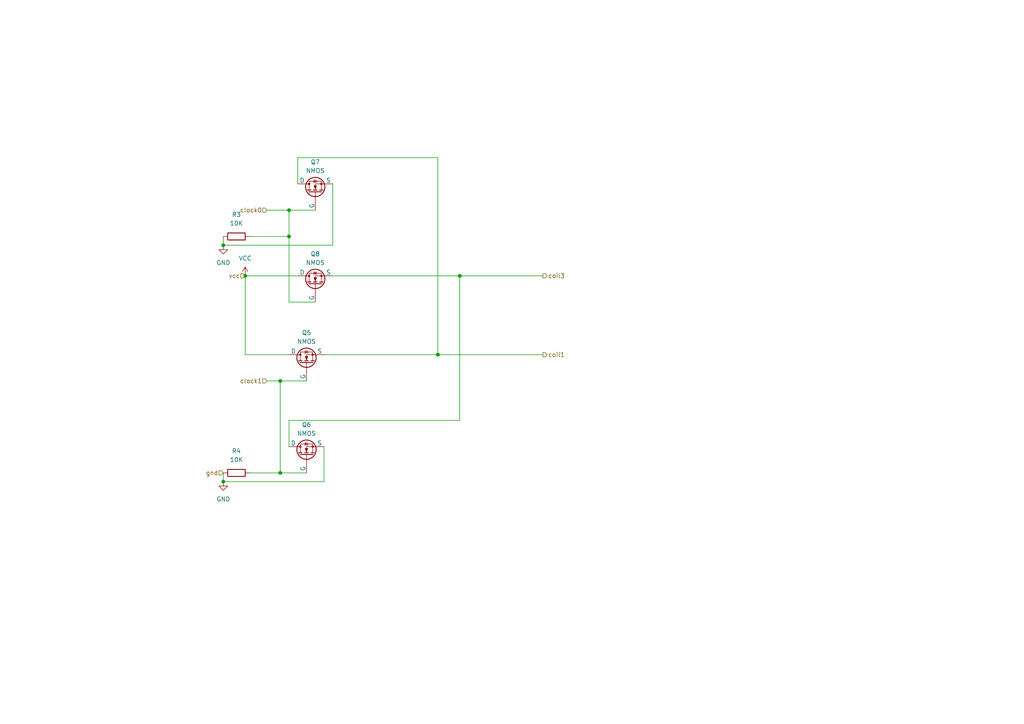
<source format=kicad_sch>
(kicad_sch (version 20231120) (generator "eeschema") (generator_version "8.0")
  (paper "A4")
  (lib_symbols
    (symbol "Device:R" (pin_numbers hide) (pin_names (offset 0))
      (property "Reference" "R" (at 2.032 0 90))
      (property "Value" "R" (at 0 0 90))
      (symbol "R_0_1"
        (rectangle (start -1.016 -2.54) (end 1.016 2.54) (stroke (width 0.254)))
      )
      (symbol "R_1_1"
        (pin passive line (at 0 3.81 270) (length 1.27) (name "~") (number "1"))
        (pin passive line (at 0 -3.81 90) (length 1.27) (name "~") (number "2"))
      )
    )
    (symbol "Simulation_SPICE:NMOS" (pin_numbers hide) (pin_names (offset 0))
      (property "Reference" "Q" (at 5.08 1.27 0))
      (property "Value" "NMOS" (at 5.08 -1.27 0))
      (symbol "NMOS_0_1"
        (polyline (pts (xy 0.254 0) (xy -2.54 0)))
        (polyline (pts (xy 0.254 1.905) (xy 0.254 -1.905)) (stroke (width 0.254)))
        (polyline (pts (xy 0.762 -1.27) (xy 0.762 -2.286)) (stroke (width 0.254)))
        (polyline (pts (xy 0.762 0.508) (xy 0.762 -0.508)) (stroke (width 0.254)))
        (polyline (pts (xy 0.762 2.286) (xy 0.762 1.27)) (stroke (width 0.254)))
        (polyline (pts (xy 2.54 2.54) (xy 2.54 1.778)))
        (polyline (pts (xy 2.54 -2.54) (xy 2.54 0) (xy 0.762 0)))
        (polyline (pts (xy 0.762 -1.778) (xy 3.302 -1.778) (xy 3.302 1.778) (xy 0.762 1.778)))
        (polyline (pts (xy 1.016 0) (xy 2.032 0.381) (xy 2.032 -0.381) (xy 1.016 0)) (fill (type outline)))
        (polyline (pts (xy 2.794 0.508) (xy 2.921 0.381) (xy 3.683 0.381) (xy 3.81 0.254)))
        (polyline (pts (xy 3.302 0.381) (xy 2.921 -0.254) (xy 3.683 -0.254) (xy 3.302 0.381)))
        (circle (center 1.651 0) (radius 2.794) (stroke (width 0.254)))
        (circle (center 2.54 -1.778) (radius 0.254) (fill (type outline)))
        (circle (center 2.54 1.778) (radius 0.254) (fill (type outline)))
      )
      (symbol "NMOS_1_1"
        (pin passive line (at 2.54 5.08 270) (length 2.54) (name "D") (number "1"))
        (pin input line (at -5.08 0 0) (length 2.54) (name "G") (number "2"))
        (pin passive line (at 2.54 -5.08 90) (length 2.54) (name "S") (number "3"))
      )
    )
    (symbol "power:GND" (power) (pin_numbers hide) (pin_names (offset 0) hide)
      (property "Value" "GND" (at 0 -3.81 0))
      (symbol "GND_0_1"
        (polyline (pts (xy 0 0) (xy 0 -1.27) (xy 1.27 -1.27) (xy 0 -2.54) (xy -1.27 -1.27) (xy 0 -1.27)))
      )
      (symbol "GND_1_1"
        (pin power_in line (at 0 0 270) (length 0) (name "~") (number "1"))
      )
    )
    (symbol "power:VCC" (power) (pin_numbers hide) (pin_names (offset 0) hide)
      (property "Value" "VCC" (at 0 3.556 0))
      (symbol "VCC_0_1"
        (polyline (pts (xy -0.762 1.27) (xy 0 2.54)))
        (polyline (pts (xy 0 0) (xy 0 2.54)))
        (polyline (pts (xy 0 2.54) (xy 0.762 1.27)))
      )
      (symbol "VCC_1_1"
        (pin power_in line (at 0 0 90) (length 0) (name "~") (number "1"))
      )
    )
  )
  (junction (at 127 102.87))
  (junction (at 83.82 68.58))
  (junction (at 64.77 71.12))
  (junction (at 71.12 80.01))
  (junction (at 83.82 60.96))
  (junction (at 81.28 137.16))
  (junction (at 133.35 80.01))
  (junction (at 81.28 110.49))
  (junction (at 64.77 139.7))
  (wire (pts (xy 133.35 80.01) (xy 133.35 121.92)))
  (wire (pts (xy 64.77 137.16) (xy 64.77 139.7)))
  (wire (pts (xy 71.12 80.01) (xy 71.12 102.87)))
  (wire (pts (xy 86.36 53.34) (xy 86.36 45.72)))
  (wire (pts (xy 83.82 68.58) (xy 83.82 87.63)))
  (wire (pts (xy 86.36 45.72) (xy 127 45.72)))
  (wire (pts (xy 83.82 60.96) (xy 83.82 68.58)))
  (wire (pts (xy 96.52 53.34) (xy 96.52 71.12)))
  (wire (pts (xy 81.28 110.49) (xy 81.28 137.16)))
  (wire (pts (xy 64.77 68.58) (xy 64.77 71.12)))
  (wire (pts (xy 83.82 87.63) (xy 91.44 87.63)))
  (wire (pts (xy 127 45.72) (xy 127 102.87)))
  (wire (pts (xy 81.28 110.49) (xy 88.9 110.49)))
  (wire (pts (xy 71.12 102.87) (xy 83.82 102.87)))
  (wire (pts (xy 72.39 137.16) (xy 81.28 137.16)))
  (wire (pts (xy 72.39 68.58) (xy 83.82 68.58)))
  (wire (pts (xy 83.82 129.54) (xy 83.82 121.92)))
  (wire (pts (xy 93.98 129.54) (xy 93.98 139.7)))
  (wire (pts (xy 96.52 80.01) (xy 133.35 80.01)))
  (wire (pts (xy 77.47 110.49) (xy 81.28 110.49)))
  (wire (pts (xy 127 102.87) (xy 157.48 102.87)))
  (wire (pts (xy 81.28 137.16) (xy 88.9 137.16)))
  (wire (pts (xy 64.77 139.7) (xy 93.98 139.7)))
  (wire (pts (xy 133.35 80.01) (xy 157.48 80.01)))
  (wire (pts (xy 77.47 60.96) (xy 83.82 60.96)))
  (wire (pts (xy 83.82 60.96) (xy 91.44 60.96)))
  (wire (pts (xy 71.12 80.01) (xy 86.36 80.01)))
  (wire (pts (xy 83.82 121.92) (xy 133.35 121.92)))
  (wire (pts (xy 64.77 71.12) (xy 96.52 71.12)))
  (wire (pts (xy 93.98 102.87) (xy 127 102.87)))
  (hierarchical_label "gnd" (shape input) (at 64.77 137.16 180))
  (hierarchical_label "coil3" (shape output) (at 157.48 80.01 0))
  (hierarchical_label "vcc" (shape input) (at 71.12 80.01 180))
  (hierarchical_label "coil1" (shape output) (at 157.48 102.87 0))
  (hierarchical_label "clock1" (shape input) (at 77.47 110.49 180))
  (hierarchical_label "clock0" (shape input) (at 77.47 60.96 180))
  (symbol (lib_id "power:GND") (at 64.77 139.7 0) (unit 1)
    (property "Reference" "#PWR05" (effects (hide yes)))
    (property "Value" "GND" (at 64.77 144.78 0))
    (property "Description" "Power symbol creates a global label with name \"GND\" , ground" (effects (hide yes)))
    (instances (project "wytrzasarka" (path "" (reference "#PWR05") (unit 1)) (path "" (reference "#PWR02") (unit 1))))
  )
  (symbol (lib_id "power:GND") (at 64.77 71.12 0) (unit 1)
    (property "Reference" "#PWR03" (effects (hide yes)))
    (property "Value" "GND" (at 64.77 76.2 0))
    (property "Description" "Power symbol creates a global label with name \"GND\" , ground" (effects (hide yes)))
    (instances (project "wytrzasarka" (path "" (reference "#PWR03") (unit 1)) (path "" (reference "#PWR01") (unit 1))))
  )
  (symbol (lib_id "Device:R") (at 68.58 68.58 90) (unit 1)
    (property "Reference" "R3" (at 68.58 62.23 90))
    (property "Value" "10K" (at 68.58 64.77 90))
    (property "Description" "Resistor" (effects (hide yes)))
    (property "Sim.Device" "R" (effects (hide yes)))
    (property "Sim.Pins" "1=+ 2=-" (effects (hide yes)))
    (instances (project "wytrzasarka" (path "" (reference "R3") (unit 1)) (path "" (reference "R1") (unit 1))))
  )
  (symbol (lib_id "Simulation_SPICE:NMOS") (at 91.44 55.88 90) (unit 1)
    (property "Reference" "Q7" (at 91.44 46.99 90))
    (property "Value" "NMOS" (at 91.44 49.53 90))
    (property "Datasheet" "https://ngspice.sourceforge.io/docs/ngspice-html-manual/manual.xhtml#cha_MOSFETs" (effects (hide yes)))
    (property "Description" "N-MOSFET transistor, drain/source/gate" (effects (hide yes)))
    (property "Sim.Device" "NMOS" (effects (hide yes)))
    (property "Sim.Type" "VDMOS" (effects (hide yes)))
    (property "Sim.Pins" "1=D 2=G 3=S" (effects (hide yes)))
    (instances (project "wytrzasarka" (path "" (reference "Q7") (unit 1)) (path "" (reference "Q3") (unit 1))))
  )
  (symbol (lib_id "Simulation_SPICE:NMOS") (at 88.9 105.41 90) (unit 1)
    (property "Reference" "Q5" (at 88.9 96.52 90))
    (property "Value" "NMOS" (at 88.9 99.06 90))
    (property "Datasheet" "https://ngspice.sourceforge.io/docs/ngspice-html-manual/manual.xhtml#cha_MOSFETs" (effects (hide yes)))
    (property "Description" "N-MOSFET transistor, drain/source/gate" (effects (hide yes)))
    (property "Sim.Device" "NMOS" (effects (hide yes)))
    (property "Sim.Type" "VDMOS" (effects (hide yes)))
    (property "Sim.Pins" "1=D 2=G 3=S" (effects (hide yes)))
    (instances (project "wytrzasarka" (path "" (reference "Q5") (unit 1)) (path "" (reference "Q1") (unit 1))))
  )
  (symbol (lib_id "Simulation_SPICE:NMOS") (at 91.44 82.55 90) (unit 1)
    (property "Reference" "Q8" (at 91.44 73.66 90))
    (property "Value" "NMOS" (at 91.44 76.2 90))
    (property "Datasheet" "https://ngspice.sourceforge.io/docs/ngspice-html-manual/manual.xhtml#cha_MOSFETs" (effects (hide yes)))
    (property "Description" "N-MOSFET transistor, drain/source/gate" (effects (hide yes)))
    (property "Sim.Device" "NMOS" (effects (hide yes)))
    (property "Sim.Type" "VDMOS" (effects (hide yes)))
    (property "Sim.Pins" "1=D 2=G 3=S" (effects (hide yes)))
    (instances (project "wytrzasarka" (path "" (reference "Q8") (unit 1)) (path "" (reference "Q4") (unit 1))))
  )
  (symbol (lib_id "power:VCC") (at 71.12 80.01 0) (unit 1)
    (property "Reference" "#PWR06" (effects (hide yes)))
    (property "Value" "VCC" (at 71.12 74.93 0))
    (property "Description" "Power symbol creates a global label with name \"VCC\"" (effects (hide yes)))
    (instances (project "wytrzasarka" (path "" (reference "#PWR06") (unit 1)) (path "" (reference "#PWR04") (unit 1))))
  )
  (symbol (lib_id "Device:R") (at 68.58 137.16 90) (unit 1)
    (property "Reference" "R4" (at 68.58 130.81 90))
    (property "Value" "10K" (at 68.58 133.35 90))
    (property "Description" "Resistor" (effects (hide yes)))
    (property "Sim.Device" "R" (effects (hide yes)))
    (property "Sim.Pins" "1=+ 2=-" (effects (hide yes)))
    (instances (project "wytrzasarka" (path "" (reference "R4") (unit 1)) (path "" (reference "R2") (unit 1))))
  )
  (symbol (lib_id "Simulation_SPICE:NMOS") (at 88.9 132.08 90) (unit 1)
    (property "Reference" "Q6" (at 88.9 123.19 90))
    (property "Value" "NMOS" (at 88.9 125.73 90))
    (property "Datasheet" "https://ngspice.sourceforge.io/docs/ngspice-html-manual/manual.xhtml#cha_MOSFETs" (effects (hide yes)))
    (property "Description" "N-MOSFET transistor, drain/source/gate" (effects (hide yes)))
    (property "Sim.Device" "NMOS" (effects (hide yes)))
    (property "Sim.Type" "VDMOS" (effects (hide yes)))
    (property "Sim.Pins" "1=D 2=G 3=S" (effects (hide yes)))
    (instances (project "wytrzasarka" (path "" (reference "Q6") (unit 1)) (path "" (reference "Q2") (unit 1))))
  )
)
</source>
